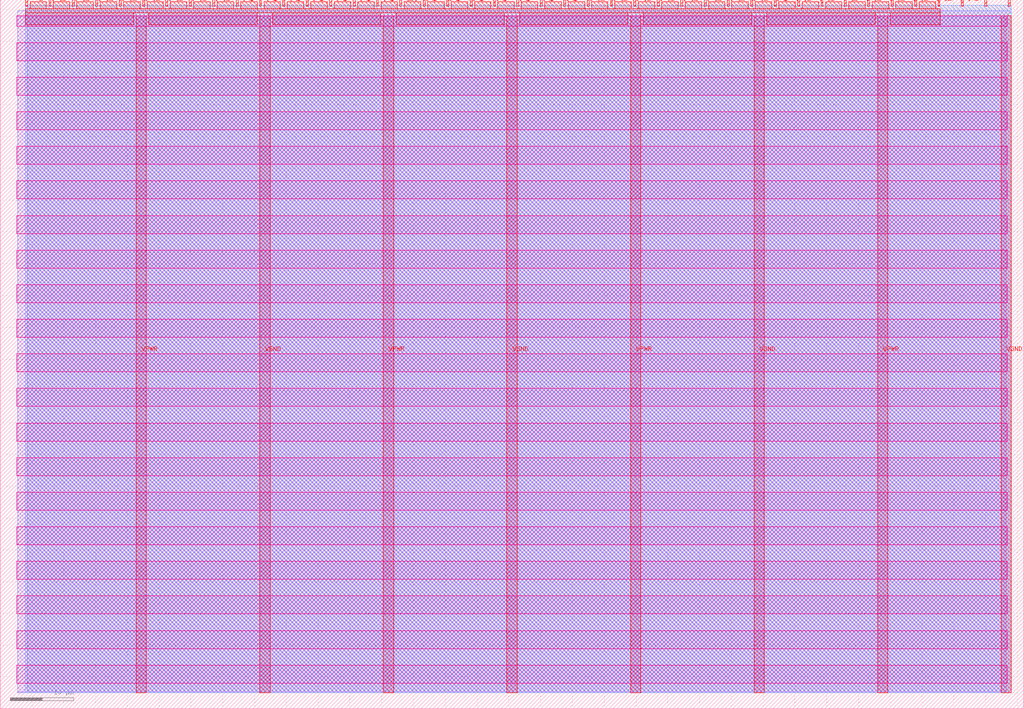
<source format=lef>
VERSION 5.7 ;
  NOWIREEXTENSIONATPIN ON ;
  DIVIDERCHAR "/" ;
  BUSBITCHARS "[]" ;
MACRO tt_um_wokwi_395514572866576385
  CLASS BLOCK ;
  FOREIGN tt_um_wokwi_395514572866576385 ;
  ORIGIN 0.000 0.000 ;
  SIZE 161.000 BY 111.520 ;
  PIN VGND
    DIRECTION INOUT ;
    USE GROUND ;
    PORT
      LAYER met4 ;
        RECT 40.830 2.480 42.430 109.040 ;
    END
    PORT
      LAYER met4 ;
        RECT 79.700 2.480 81.300 109.040 ;
    END
    PORT
      LAYER met4 ;
        RECT 118.570 2.480 120.170 109.040 ;
    END
    PORT
      LAYER met4 ;
        RECT 157.440 2.480 159.040 109.040 ;
    END
  END VGND
  PIN VPWR
    DIRECTION INOUT ;
    USE POWER ;
    PORT
      LAYER met4 ;
        RECT 21.395 2.480 22.995 109.040 ;
    END
    PORT
      LAYER met4 ;
        RECT 60.265 2.480 61.865 109.040 ;
    END
    PORT
      LAYER met4 ;
        RECT 99.135 2.480 100.735 109.040 ;
    END
    PORT
      LAYER met4 ;
        RECT 138.005 2.480 139.605 109.040 ;
    END
  END VPWR
  PIN clk
    DIRECTION INPUT ;
    USE SIGNAL ;
    PORT
      LAYER met4 ;
        RECT 154.870 110.520 155.170 111.520 ;
    END
  END clk
  PIN ena
    DIRECTION INPUT ;
    USE SIGNAL ;
    PORT
      LAYER met4 ;
        RECT 158.550 110.520 158.850 111.520 ;
    END
  END ena
  PIN rst_n
    DIRECTION INPUT ;
    USE SIGNAL ;
    PORT
      LAYER met4 ;
        RECT 151.190 110.520 151.490 111.520 ;
    END
  END rst_n
  PIN ui_in[0]
    DIRECTION INPUT ;
    USE SIGNAL ;
    ANTENNAGATEAREA 0.196500 ;
    PORT
      LAYER met4 ;
        RECT 147.510 110.520 147.810 111.520 ;
    END
  END ui_in[0]
  PIN ui_in[1]
    DIRECTION INPUT ;
    USE SIGNAL ;
    ANTENNAGATEAREA 0.196500 ;
    PORT
      LAYER met4 ;
        RECT 143.830 110.520 144.130 111.520 ;
    END
  END ui_in[1]
  PIN ui_in[2]
    DIRECTION INPUT ;
    USE SIGNAL ;
    ANTENNAGATEAREA 0.196500 ;
    PORT
      LAYER met4 ;
        RECT 140.150 110.520 140.450 111.520 ;
    END
  END ui_in[2]
  PIN ui_in[3]
    DIRECTION INPUT ;
    USE SIGNAL ;
    ANTENNAGATEAREA 0.196500 ;
    PORT
      LAYER met4 ;
        RECT 136.470 110.520 136.770 111.520 ;
    END
  END ui_in[3]
  PIN ui_in[4]
    DIRECTION INPUT ;
    USE SIGNAL ;
    ANTENNAGATEAREA 0.196500 ;
    PORT
      LAYER met4 ;
        RECT 132.790 110.520 133.090 111.520 ;
    END
  END ui_in[4]
  PIN ui_in[5]
    DIRECTION INPUT ;
    USE SIGNAL ;
    ANTENNAGATEAREA 0.196500 ;
    PORT
      LAYER met4 ;
        RECT 129.110 110.520 129.410 111.520 ;
    END
  END ui_in[5]
  PIN ui_in[6]
    DIRECTION INPUT ;
    USE SIGNAL ;
    ANTENNAGATEAREA 0.196500 ;
    PORT
      LAYER met4 ;
        RECT 125.430 110.520 125.730 111.520 ;
    END
  END ui_in[6]
  PIN ui_in[7]
    DIRECTION INPUT ;
    USE SIGNAL ;
    ANTENNAGATEAREA 0.196500 ;
    PORT
      LAYER met4 ;
        RECT 121.750 110.520 122.050 111.520 ;
    END
  END ui_in[7]
  PIN uio_in[0]
    DIRECTION INPUT ;
    USE SIGNAL ;
    PORT
      LAYER met4 ;
        RECT 118.070 110.520 118.370 111.520 ;
    END
  END uio_in[0]
  PIN uio_in[1]
    DIRECTION INPUT ;
    USE SIGNAL ;
    PORT
      LAYER met4 ;
        RECT 114.390 110.520 114.690 111.520 ;
    END
  END uio_in[1]
  PIN uio_in[2]
    DIRECTION INPUT ;
    USE SIGNAL ;
    PORT
      LAYER met4 ;
        RECT 110.710 110.520 111.010 111.520 ;
    END
  END uio_in[2]
  PIN uio_in[3]
    DIRECTION INPUT ;
    USE SIGNAL ;
    PORT
      LAYER met4 ;
        RECT 107.030 110.520 107.330 111.520 ;
    END
  END uio_in[3]
  PIN uio_in[4]
    DIRECTION INPUT ;
    USE SIGNAL ;
    PORT
      LAYER met4 ;
        RECT 103.350 110.520 103.650 111.520 ;
    END
  END uio_in[4]
  PIN uio_in[5]
    DIRECTION INPUT ;
    USE SIGNAL ;
    PORT
      LAYER met4 ;
        RECT 99.670 110.520 99.970 111.520 ;
    END
  END uio_in[5]
  PIN uio_in[6]
    DIRECTION INPUT ;
    USE SIGNAL ;
    PORT
      LAYER met4 ;
        RECT 95.990 110.520 96.290 111.520 ;
    END
  END uio_in[6]
  PIN uio_in[7]
    DIRECTION INPUT ;
    USE SIGNAL ;
    PORT
      LAYER met4 ;
        RECT 92.310 110.520 92.610 111.520 ;
    END
  END uio_in[7]
  PIN uio_oe[0]
    DIRECTION OUTPUT TRISTATE ;
    USE SIGNAL ;
    PORT
      LAYER met4 ;
        RECT 29.750 110.520 30.050 111.520 ;
    END
  END uio_oe[0]
  PIN uio_oe[1]
    DIRECTION OUTPUT TRISTATE ;
    USE SIGNAL ;
    PORT
      LAYER met4 ;
        RECT 26.070 110.520 26.370 111.520 ;
    END
  END uio_oe[1]
  PIN uio_oe[2]
    DIRECTION OUTPUT TRISTATE ;
    USE SIGNAL ;
    PORT
      LAYER met4 ;
        RECT 22.390 110.520 22.690 111.520 ;
    END
  END uio_oe[2]
  PIN uio_oe[3]
    DIRECTION OUTPUT TRISTATE ;
    USE SIGNAL ;
    PORT
      LAYER met4 ;
        RECT 18.710 110.520 19.010 111.520 ;
    END
  END uio_oe[3]
  PIN uio_oe[4]
    DIRECTION OUTPUT TRISTATE ;
    USE SIGNAL ;
    PORT
      LAYER met4 ;
        RECT 15.030 110.520 15.330 111.520 ;
    END
  END uio_oe[4]
  PIN uio_oe[5]
    DIRECTION OUTPUT TRISTATE ;
    USE SIGNAL ;
    PORT
      LAYER met4 ;
        RECT 11.350 110.520 11.650 111.520 ;
    END
  END uio_oe[5]
  PIN uio_oe[6]
    DIRECTION OUTPUT TRISTATE ;
    USE SIGNAL ;
    PORT
      LAYER met4 ;
        RECT 7.670 110.520 7.970 111.520 ;
    END
  END uio_oe[6]
  PIN uio_oe[7]
    DIRECTION OUTPUT TRISTATE ;
    USE SIGNAL ;
    PORT
      LAYER met4 ;
        RECT 3.990 110.520 4.290 111.520 ;
    END
  END uio_oe[7]
  PIN uio_out[0]
    DIRECTION OUTPUT TRISTATE ;
    USE SIGNAL ;
    PORT
      LAYER met4 ;
        RECT 59.190 110.520 59.490 111.520 ;
    END
  END uio_out[0]
  PIN uio_out[1]
    DIRECTION OUTPUT TRISTATE ;
    USE SIGNAL ;
    PORT
      LAYER met4 ;
        RECT 55.510 110.520 55.810 111.520 ;
    END
  END uio_out[1]
  PIN uio_out[2]
    DIRECTION OUTPUT TRISTATE ;
    USE SIGNAL ;
    PORT
      LAYER met4 ;
        RECT 51.830 110.520 52.130 111.520 ;
    END
  END uio_out[2]
  PIN uio_out[3]
    DIRECTION OUTPUT TRISTATE ;
    USE SIGNAL ;
    PORT
      LAYER met4 ;
        RECT 48.150 110.520 48.450 111.520 ;
    END
  END uio_out[3]
  PIN uio_out[4]
    DIRECTION OUTPUT TRISTATE ;
    USE SIGNAL ;
    PORT
      LAYER met4 ;
        RECT 44.470 110.520 44.770 111.520 ;
    END
  END uio_out[4]
  PIN uio_out[5]
    DIRECTION OUTPUT TRISTATE ;
    USE SIGNAL ;
    PORT
      LAYER met4 ;
        RECT 40.790 110.520 41.090 111.520 ;
    END
  END uio_out[5]
  PIN uio_out[6]
    DIRECTION OUTPUT TRISTATE ;
    USE SIGNAL ;
    PORT
      LAYER met4 ;
        RECT 37.110 110.520 37.410 111.520 ;
    END
  END uio_out[6]
  PIN uio_out[7]
    DIRECTION OUTPUT TRISTATE ;
    USE SIGNAL ;
    PORT
      LAYER met4 ;
        RECT 33.430 110.520 33.730 111.520 ;
    END
  END uio_out[7]
  PIN uo_out[0]
    DIRECTION OUTPUT TRISTATE ;
    USE SIGNAL ;
    ANTENNADIFFAREA 0.795200 ;
    PORT
      LAYER met4 ;
        RECT 88.630 110.520 88.930 111.520 ;
    END
  END uo_out[0]
  PIN uo_out[1]
    DIRECTION OUTPUT TRISTATE ;
    USE SIGNAL ;
    ANTENNADIFFAREA 0.795200 ;
    PORT
      LAYER met4 ;
        RECT 84.950 110.520 85.250 111.520 ;
    END
  END uo_out[1]
  PIN uo_out[2]
    DIRECTION OUTPUT TRISTATE ;
    USE SIGNAL ;
    ANTENNADIFFAREA 0.795200 ;
    PORT
      LAYER met4 ;
        RECT 81.270 110.520 81.570 111.520 ;
    END
  END uo_out[2]
  PIN uo_out[3]
    DIRECTION OUTPUT TRISTATE ;
    USE SIGNAL ;
    ANTENNADIFFAREA 0.445500 ;
    PORT
      LAYER met4 ;
        RECT 77.590 110.520 77.890 111.520 ;
    END
  END uo_out[3]
  PIN uo_out[4]
    DIRECTION OUTPUT TRISTATE ;
    USE SIGNAL ;
    PORT
      LAYER met4 ;
        RECT 73.910 110.520 74.210 111.520 ;
    END
  END uo_out[4]
  PIN uo_out[5]
    DIRECTION OUTPUT TRISTATE ;
    USE SIGNAL ;
    PORT
      LAYER met4 ;
        RECT 70.230 110.520 70.530 111.520 ;
    END
  END uo_out[5]
  PIN uo_out[6]
    DIRECTION OUTPUT TRISTATE ;
    USE SIGNAL ;
    PORT
      LAYER met4 ;
        RECT 66.550 110.520 66.850 111.520 ;
    END
  END uo_out[6]
  PIN uo_out[7]
    DIRECTION OUTPUT TRISTATE ;
    USE SIGNAL ;
    PORT
      LAYER met4 ;
        RECT 62.870 110.520 63.170 111.520 ;
    END
  END uo_out[7]
  OBS
      LAYER nwell ;
        RECT 2.570 107.385 158.430 108.990 ;
        RECT 2.570 101.945 158.430 104.775 ;
        RECT 2.570 96.505 158.430 99.335 ;
        RECT 2.570 91.065 158.430 93.895 ;
        RECT 2.570 85.625 158.430 88.455 ;
        RECT 2.570 80.185 158.430 83.015 ;
        RECT 2.570 74.745 158.430 77.575 ;
        RECT 2.570 69.305 158.430 72.135 ;
        RECT 2.570 63.865 158.430 66.695 ;
        RECT 2.570 58.425 158.430 61.255 ;
        RECT 2.570 52.985 158.430 55.815 ;
        RECT 2.570 47.545 158.430 50.375 ;
        RECT 2.570 42.105 158.430 44.935 ;
        RECT 2.570 36.665 158.430 39.495 ;
        RECT 2.570 31.225 158.430 34.055 ;
        RECT 2.570 25.785 158.430 28.615 ;
        RECT 2.570 20.345 158.430 23.175 ;
        RECT 2.570 14.905 158.430 17.735 ;
        RECT 2.570 9.465 158.430 12.295 ;
        RECT 2.570 4.025 158.430 6.855 ;
      LAYER li1 ;
        RECT 2.760 2.635 158.240 108.885 ;
      LAYER met1 ;
        RECT 2.760 2.480 159.040 109.780 ;
      LAYER met2 ;
        RECT 4.230 2.535 159.010 110.685 ;
      LAYER met3 ;
        RECT 3.950 2.555 159.030 110.665 ;
      LAYER met4 ;
        RECT 4.690 110.120 7.270 111.170 ;
        RECT 8.370 110.120 10.950 111.170 ;
        RECT 12.050 110.120 14.630 111.170 ;
        RECT 15.730 110.120 18.310 111.170 ;
        RECT 19.410 110.120 21.990 111.170 ;
        RECT 23.090 110.120 25.670 111.170 ;
        RECT 26.770 110.120 29.350 111.170 ;
        RECT 30.450 110.120 33.030 111.170 ;
        RECT 34.130 110.120 36.710 111.170 ;
        RECT 37.810 110.120 40.390 111.170 ;
        RECT 41.490 110.120 44.070 111.170 ;
        RECT 45.170 110.120 47.750 111.170 ;
        RECT 48.850 110.120 51.430 111.170 ;
        RECT 52.530 110.120 55.110 111.170 ;
        RECT 56.210 110.120 58.790 111.170 ;
        RECT 59.890 110.120 62.470 111.170 ;
        RECT 63.570 110.120 66.150 111.170 ;
        RECT 67.250 110.120 69.830 111.170 ;
        RECT 70.930 110.120 73.510 111.170 ;
        RECT 74.610 110.120 77.190 111.170 ;
        RECT 78.290 110.120 80.870 111.170 ;
        RECT 81.970 110.120 84.550 111.170 ;
        RECT 85.650 110.120 88.230 111.170 ;
        RECT 89.330 110.120 91.910 111.170 ;
        RECT 93.010 110.120 95.590 111.170 ;
        RECT 96.690 110.120 99.270 111.170 ;
        RECT 100.370 110.120 102.950 111.170 ;
        RECT 104.050 110.120 106.630 111.170 ;
        RECT 107.730 110.120 110.310 111.170 ;
        RECT 111.410 110.120 113.990 111.170 ;
        RECT 115.090 110.120 117.670 111.170 ;
        RECT 118.770 110.120 121.350 111.170 ;
        RECT 122.450 110.120 125.030 111.170 ;
        RECT 126.130 110.120 128.710 111.170 ;
        RECT 129.810 110.120 132.390 111.170 ;
        RECT 133.490 110.120 136.070 111.170 ;
        RECT 137.170 110.120 139.750 111.170 ;
        RECT 140.850 110.120 143.430 111.170 ;
        RECT 144.530 110.120 147.110 111.170 ;
        RECT 3.975 109.440 147.825 110.120 ;
        RECT 3.975 107.615 20.995 109.440 ;
        RECT 23.395 107.615 40.430 109.440 ;
        RECT 42.830 107.615 59.865 109.440 ;
        RECT 62.265 107.615 79.300 109.440 ;
        RECT 81.700 107.615 98.735 109.440 ;
        RECT 101.135 107.615 118.170 109.440 ;
        RECT 120.570 107.615 137.605 109.440 ;
        RECT 140.005 107.615 147.825 109.440 ;
  END
END tt_um_wokwi_395514572866576385
END LIBRARY


</source>
